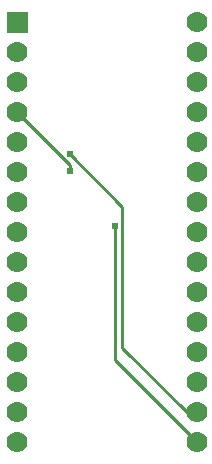
<source format=gbl>
G04 Layer: BottomLayer*
G04 EasyEDA v6.1.52, Thu, 04 Jul 2019 13:45:13 GMT*
G04 5f4dbd749d0d43b7a9a8e441b0d7f472,88f35c52922c4fbc8d6ac25f651a04fd,10*
G04 Gerber Generator version 0.2*
G04 Scale: 100 percent, Rotated: No, Reflected: No *
G04 Dimensions in millimeters *
G04 leading zeros omitted , absolute positions ,3 integer and 3 decimal *
%FSLAX33Y33*%
%MOMM*%
G90*
G71D02*

%ADD10C,0.254000*%
%ADD11C,0.609600*%
%ADD15C,1.778000*%

%LPD*%
G54D10*
G01X1270Y31750D02*
G01X5715Y27305D01*
G01X5715Y26797D01*
G01X16510Y3810D02*
G01X9525Y10795D01*
G01X9525Y22098D01*
G01X5715Y28194D02*
G01X10160Y23749D01*
G01X10160Y11811D01*
G01X15621Y6350D01*
G01X16510Y6350D01*
G36*
G01X2159Y40259D02*
G01X2159Y38481D01*
G01X381Y38481D01*
G01X381Y40259D01*
G01X2159Y40259D01*
G37*
G54D15*
G01X1270Y36830D03*
G01X1270Y34290D03*
G01X1270Y31750D03*
G01X1270Y29210D03*
G01X1270Y26670D03*
G01X1270Y24130D03*
G01X1270Y21590D03*
G01X1270Y19050D03*
G01X1270Y16510D03*
G01X1270Y13970D03*
G01X1270Y11430D03*
G01X1270Y8890D03*
G01X1270Y6350D03*
G01X1270Y3810D03*
G01X16510Y39370D03*
G01X16510Y36830D03*
G01X16510Y34290D03*
G01X16510Y31750D03*
G01X16510Y29210D03*
G01X16510Y26670D03*
G01X16510Y24130D03*
G01X16510Y21590D03*
G01X16510Y19050D03*
G01X16510Y16510D03*
G01X16510Y13970D03*
G01X16510Y11430D03*
G01X16510Y8890D03*
G01X16510Y6350D03*
G01X16510Y3810D03*
G54D11*
G01X5715Y26797D03*
G01X9525Y22098D03*
G01X5715Y28194D03*
M00*
M02*

</source>
